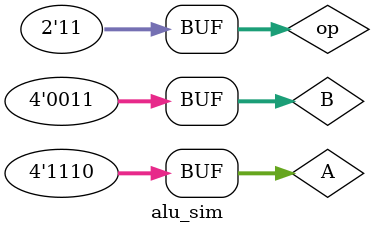
<source format=v>
`timescale 1ns / 1ps

module alu_sim();
    // Inputs
     reg [3:0] A;
     reg [3:0] B;
     reg [1:0] op;
    // Outputs
     wire [3:0] res;
     wire Cout;

ALU alu_inst(
 .A(A),
 .B(B),
 .op(op),
 .res(res),
 .Cout(Cout)
);
     initial begin
         op = 2'b00; A = 4'b1100; B = 4'b0011; #50;
         A = 4'b1111; B = 4'b1111; #50;
         op = 2'b01; A = 4'b1100; B = 4'b11; #50;
         A = 4'b0011; B = 4'b1100; #50;
         op = 2'b10; A = 4'b0011; B = 4'b0110; #50;
         A = 4'b1110; B = 4'b0011; #50;
         op = 2'b11; A = 4'b0011; B = 4'b0110; #50;
         A = 4'b1110; B = 4'b0011; #50;
     end
     
endmodule
</source>
